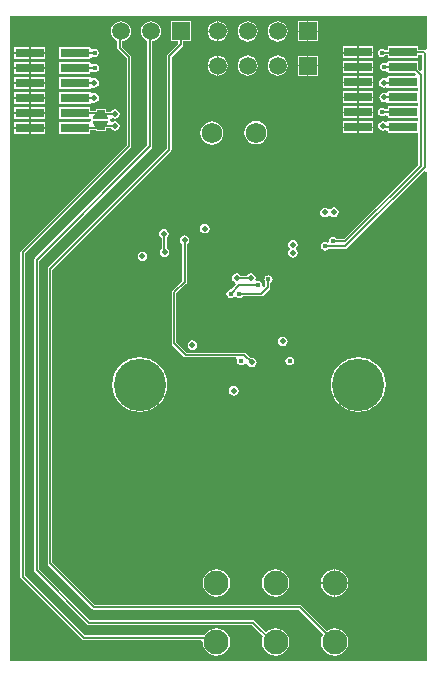
<source format=gbl>
G04*
G04 #@! TF.GenerationSoftware,Altium Limited,Altium Designer,21.7.2 (23)*
G04*
G04 Layer_Physical_Order=4*
G04 Layer_Color=16711680*
%FSLAX25Y25*%
%MOIN*%
G70*
G04*
G04 #@! TF.SameCoordinates,2BEB94BA-C242-4871-AFB5-1AACED26611A*
G04*
G04*
G04 #@! TF.FilePolarity,Positive*
G04*
G01*
G75*
%ADD12C,0.00787*%
%ADD50C,0.06890*%
%ADD51C,0.05906*%
%ADD52R,0.05906X0.05906*%
%ADD53C,0.08268*%
%ADD54C,0.17421*%
%ADD55C,0.01772*%
%ADD56C,0.01968*%
%ADD57C,0.02598*%
%ADD58R,0.02500X0.02500*%
%ADD59R,0.09449X0.02992*%
G36*
X305512Y304858D02*
X305501Y304845D01*
X304768Y304453D01*
X304724Y304456D01*
X304451Y304510D01*
X304451Y304510D01*
X302762D01*
Y305597D01*
X292513D01*
Y304353D01*
X291677D01*
X291550Y304542D01*
X291092Y304849D01*
X290551Y304956D01*
X290010Y304849D01*
X289552Y304542D01*
X289246Y304084D01*
X289138Y303543D01*
X289246Y303003D01*
X289552Y302544D01*
X290010Y302238D01*
X290551Y302130D01*
X291092Y302238D01*
X291550Y302544D01*
X291677Y302734D01*
X292513D01*
Y301805D01*
X302762D01*
Y302891D01*
X304103D01*
Y297637D01*
X303375Y297336D01*
X302762Y297949D01*
Y300597D01*
X292513D01*
Y300597D01*
X291876Y300235D01*
X291726Y300155D01*
X291339Y300232D01*
X290798Y300124D01*
X290339Y299818D01*
X290033Y299360D01*
X289926Y298819D01*
X290033Y298278D01*
X290339Y297820D01*
X290798Y297514D01*
X291339Y297406D01*
X291726Y297483D01*
X292266Y297195D01*
X292513Y296990D01*
Y296805D01*
X301430D01*
X301782Y296355D01*
X301445Y295597D01*
X292513D01*
Y295409D01*
X291909Y294993D01*
X291726Y294946D01*
X291201Y295051D01*
X290586Y294928D01*
X290065Y294580D01*
X289717Y294059D01*
X289595Y293445D01*
X289717Y292830D01*
X290065Y292309D01*
X290586Y291962D01*
X291201Y291839D01*
X291726Y291944D01*
X292513Y291805D01*
Y291805D01*
X302761D01*
Y290597D01*
X292513D01*
Y290597D01*
X291883Y290218D01*
X291726Y290128D01*
X291322Y290209D01*
X290708Y290087D01*
X290187Y289738D01*
X289839Y289217D01*
X289717Y288603D01*
X289839Y287989D01*
X290187Y287468D01*
X290708Y287120D01*
X291322Y286997D01*
X291726Y287078D01*
X292513Y286805D01*
Y286805D01*
X302761D01*
Y285597D01*
X292513D01*
Y284827D01*
X291726Y284673D01*
X291708Y284700D01*
X291249Y285006D01*
X290709Y285114D01*
X290168Y285006D01*
X289709Y284700D01*
X289403Y284242D01*
X289296Y283701D01*
X289403Y283160D01*
X289709Y282702D01*
X290168Y282395D01*
X290709Y282288D01*
X291249Y282395D01*
X291708Y282702D01*
X291726Y282729D01*
X292513Y282575D01*
Y281805D01*
X302761D01*
Y280597D01*
X292513D01*
X292513Y280597D01*
X291726Y280453D01*
X291528Y280586D01*
X290913Y280708D01*
X290299Y280586D01*
X289778Y280238D01*
X289430Y279717D01*
X289308Y279102D01*
X289430Y278488D01*
X289778Y277967D01*
X290299Y277619D01*
X290913Y277497D01*
X291528Y277619D01*
X291726Y277751D01*
X292513Y277447D01*
Y276805D01*
X302761D01*
Y266215D01*
X277992Y241445D01*
X275616D01*
X275409Y241755D01*
X274950Y242061D01*
X274410Y242169D01*
X273869Y242061D01*
X273410Y241755D01*
X273104Y241297D01*
X272996Y240756D01*
X273011Y240683D01*
X272302Y240210D01*
X272194Y240282D01*
X271654Y240389D01*
X271113Y240282D01*
X270654Y239976D01*
X270348Y239517D01*
X270241Y238976D01*
X270348Y238436D01*
X270654Y237977D01*
X271113Y237671D01*
X271654Y237563D01*
X272194Y237671D01*
X272653Y237977D01*
X272779Y238167D01*
X278346D01*
X278346Y238167D01*
X278656Y238229D01*
X278919Y238404D01*
X304724Y264210D01*
X305512Y263884D01*
Y100803D01*
X166748D01*
Y315733D01*
X305512D01*
Y304858D01*
D02*
G37*
%LPC*%
G36*
X269180Y313983D02*
X266027D01*
Y310830D01*
X269180D01*
Y313983D01*
D02*
G37*
G36*
X236027Y313985D02*
Y310830D01*
X239182D01*
X239093Y311505D01*
X238755Y312321D01*
X238218Y313021D01*
X237518Y313559D01*
X236702Y313896D01*
X236027Y313985D01*
D02*
G37*
G36*
X265627Y313983D02*
X262474D01*
Y310830D01*
X265627D01*
Y313983D01*
D02*
G37*
G36*
X235627Y313985D02*
X234951Y313896D01*
X234136Y313559D01*
X233436Y313021D01*
X232898Y312321D01*
X232560Y311505D01*
X232471Y310830D01*
X235627D01*
Y313985D01*
D02*
G37*
G36*
X269180Y310430D02*
X266027D01*
Y307277D01*
X269180D01*
Y310430D01*
D02*
G37*
G36*
X265627D02*
X262474D01*
Y307277D01*
X265627D01*
Y310430D01*
D02*
G37*
G36*
X235627D02*
X232471D01*
X232560Y309755D01*
X232898Y308939D01*
X233436Y308239D01*
X234136Y307701D01*
X234951Y307364D01*
X235627Y307275D01*
Y310430D01*
D02*
G37*
G36*
X239182D02*
X236027D01*
Y307275D01*
X236702Y307364D01*
X237518Y307701D01*
X238218Y308239D01*
X238755Y308939D01*
X239093Y309755D01*
X239182Y310430D01*
D02*
G37*
G36*
X255827Y314012D02*
X254952Y313896D01*
X254136Y313559D01*
X253436Y313021D01*
X252898Y312321D01*
X252560Y311505D01*
X252445Y310630D01*
X252560Y309755D01*
X252898Y308939D01*
X253436Y308239D01*
X254136Y307701D01*
X254952Y307364D01*
X255827Y307248D01*
X256702Y307364D01*
X257518Y307701D01*
X258218Y308239D01*
X258755Y308939D01*
X259093Y309755D01*
X259208Y310630D01*
X259093Y311505D01*
X258755Y312321D01*
X258218Y313021D01*
X257518Y313559D01*
X256702Y313896D01*
X255827Y314012D01*
D02*
G37*
G36*
X245827D02*
X244952Y313896D01*
X244136Y313559D01*
X243436Y313021D01*
X242898Y312321D01*
X242560Y311505D01*
X242445Y310630D01*
X242560Y309755D01*
X242898Y308939D01*
X243436Y308239D01*
X244136Y307701D01*
X244952Y307364D01*
X245827Y307248D01*
X246702Y307364D01*
X247518Y307701D01*
X248218Y308239D01*
X248755Y308939D01*
X249093Y309755D01*
X249208Y310630D01*
X249093Y311505D01*
X248755Y312321D01*
X248218Y313021D01*
X247518Y313559D01*
X246702Y313896D01*
X245827Y314012D01*
D02*
G37*
G36*
X287762Y305597D02*
X282838D01*
Y303901D01*
X287762D01*
Y305597D01*
D02*
G37*
G36*
X282438D02*
X277513D01*
Y303901D01*
X282438D01*
Y305597D01*
D02*
G37*
G36*
X178333Y305341D02*
X173409D01*
Y303645D01*
X178333D01*
Y305341D01*
D02*
G37*
G36*
X173009D02*
X168084D01*
Y303645D01*
X173009D01*
Y305341D01*
D02*
G37*
G36*
X193333D02*
X183084D01*
Y301549D01*
X193333D01*
Y301812D01*
X194121Y302221D01*
X194243Y302139D01*
X194783Y302032D01*
X195324Y302139D01*
X195783Y302446D01*
X196089Y302904D01*
X196196Y303445D01*
X196089Y303986D01*
X195783Y304444D01*
X195324Y304750D01*
X194783Y304858D01*
X194243Y304750D01*
X194121Y304669D01*
X193333Y305078D01*
Y305341D01*
D02*
G37*
G36*
X287762Y303501D02*
X282838D01*
Y301805D01*
X287762D01*
Y303501D01*
D02*
G37*
G36*
X282438D02*
X277513D01*
Y301805D01*
X282438D01*
Y303501D01*
D02*
G37*
G36*
X178333Y303245D02*
X173409D01*
Y301549D01*
X178333D01*
Y303245D01*
D02*
G37*
G36*
X173009D02*
X168084D01*
Y301549D01*
X173009D01*
Y303245D01*
D02*
G37*
G36*
X269180Y302565D02*
X266027D01*
Y299413D01*
X269180D01*
Y302565D01*
D02*
G37*
G36*
X236027Y302568D02*
Y299413D01*
X239182D01*
X239093Y300088D01*
X238755Y300903D01*
X238218Y301604D01*
X237518Y302141D01*
X236702Y302479D01*
X236027Y302568D01*
D02*
G37*
G36*
X265627Y302565D02*
X262474D01*
Y299413D01*
X265627D01*
Y302565D01*
D02*
G37*
G36*
X235627Y302568D02*
X234951Y302479D01*
X234136Y302141D01*
X233436Y301604D01*
X232898Y300903D01*
X232560Y300088D01*
X232471Y299413D01*
X235627D01*
Y302568D01*
D02*
G37*
G36*
X287762Y300597D02*
X282838D01*
Y298901D01*
X287762D01*
Y300597D01*
D02*
G37*
G36*
X282438D02*
X277513D01*
Y298901D01*
X282438D01*
Y300597D01*
D02*
G37*
G36*
X178333Y300341D02*
X173409D01*
Y298645D01*
X178333D01*
Y300341D01*
D02*
G37*
G36*
X173009D02*
X168084D01*
Y298645D01*
X173009D01*
Y300341D01*
D02*
G37*
G36*
X193333D02*
X183084D01*
Y296549D01*
X193333D01*
Y296925D01*
X193342Y296933D01*
X194121Y297274D01*
X194322Y297140D01*
X194862Y297032D01*
X195403Y297140D01*
X195861Y297446D01*
X196168Y297904D01*
X196275Y298445D01*
X196168Y298986D01*
X195861Y299444D01*
X195403Y299750D01*
X194862Y299858D01*
X194322Y299750D01*
X194121Y299616D01*
X193342Y299956D01*
X193333Y299965D01*
Y300341D01*
D02*
G37*
G36*
X287762Y298501D02*
X282838D01*
Y296805D01*
X287762D01*
Y298501D01*
D02*
G37*
G36*
X282438D02*
X277513D01*
Y296805D01*
X282438D01*
Y298501D01*
D02*
G37*
G36*
X178333Y298245D02*
X173409D01*
Y296549D01*
X178333D01*
Y298245D01*
D02*
G37*
G36*
X173009D02*
X168084D01*
Y296549D01*
X173009D01*
Y298245D01*
D02*
G37*
G36*
X269180Y299013D02*
X266027D01*
Y295860D01*
X269180D01*
Y299013D01*
D02*
G37*
G36*
X265627D02*
X262474D01*
Y295860D01*
X265627D01*
Y299013D01*
D02*
G37*
G36*
X235627D02*
X232471D01*
X232560Y298337D01*
X232898Y297522D01*
X233436Y296821D01*
X234136Y296284D01*
X234951Y295946D01*
X235627Y295857D01*
Y299013D01*
D02*
G37*
G36*
X239182D02*
X236027D01*
Y295857D01*
X236702Y295946D01*
X237518Y296284D01*
X238218Y296821D01*
X238755Y297522D01*
X239093Y298337D01*
X239182Y299013D01*
D02*
G37*
G36*
X255827Y302594D02*
X254952Y302479D01*
X254136Y302141D01*
X253436Y301604D01*
X252898Y300903D01*
X252560Y300088D01*
X252445Y299213D01*
X252560Y298337D01*
X252898Y297522D01*
X253436Y296821D01*
X254136Y296284D01*
X254952Y295946D01*
X255827Y295831D01*
X256702Y295946D01*
X257518Y296284D01*
X258218Y296821D01*
X258755Y297522D01*
X259093Y298337D01*
X259208Y299213D01*
X259093Y300088D01*
X258755Y300903D01*
X258218Y301604D01*
X257518Y302141D01*
X256702Y302479D01*
X255827Y302594D01*
D02*
G37*
G36*
X245827D02*
X244952Y302479D01*
X244136Y302141D01*
X243436Y301604D01*
X242898Y300903D01*
X242560Y300088D01*
X242445Y299213D01*
X242560Y298337D01*
X242898Y297522D01*
X243436Y296821D01*
X244136Y296284D01*
X244952Y295946D01*
X245827Y295831D01*
X246702Y295946D01*
X247518Y296284D01*
X248218Y296821D01*
X248755Y297522D01*
X249093Y298337D01*
X249208Y299213D01*
X249093Y300088D01*
X248755Y300903D01*
X248218Y301604D01*
X247518Y302141D01*
X246702Y302479D01*
X245827Y302594D01*
D02*
G37*
G36*
X287762Y295597D02*
X282838D01*
Y293901D01*
X287762D01*
Y295597D01*
D02*
G37*
G36*
X282438D02*
X277513D01*
Y293901D01*
X282438D01*
Y295597D01*
D02*
G37*
G36*
X178333Y295341D02*
X173409D01*
Y293645D01*
X178333D01*
Y295341D01*
D02*
G37*
G36*
X173009D02*
X168084D01*
Y293645D01*
X173009D01*
Y295341D01*
D02*
G37*
G36*
X193333Y295341D02*
Y295341D01*
X183084D01*
Y291549D01*
X193333D01*
Y291549D01*
X194121Y291968D01*
X194130Y291962D01*
X194744Y291839D01*
X195359Y291962D01*
X195879Y292309D01*
X196228Y292830D01*
X196350Y293445D01*
X196228Y294059D01*
X195879Y294580D01*
X195359Y294928D01*
X194744Y295051D01*
X194130Y294928D01*
X194121Y294922D01*
X193333Y295341D01*
D02*
G37*
G36*
X287762Y293501D02*
X282838D01*
Y291805D01*
X287762D01*
Y293501D01*
D02*
G37*
G36*
X282438D02*
X277513D01*
Y291805D01*
X282438D01*
Y293501D01*
D02*
G37*
G36*
X178333Y293245D02*
X173409D01*
Y291549D01*
X178333D01*
Y293245D01*
D02*
G37*
G36*
X173009D02*
X168084D01*
Y291549D01*
X173009D01*
Y293245D01*
D02*
G37*
G36*
X287762Y290597D02*
X282838D01*
Y288901D01*
X287762D01*
Y290597D01*
D02*
G37*
G36*
X282438D02*
X277513D01*
Y288901D01*
X282438D01*
Y290597D01*
D02*
G37*
G36*
X178333Y290341D02*
X173409D01*
Y288645D01*
X178333D01*
Y290341D01*
D02*
G37*
G36*
X173009D02*
X168084D01*
Y288645D01*
X173009D01*
Y290341D01*
D02*
G37*
G36*
X193333Y290341D02*
Y290341D01*
X183084D01*
Y286549D01*
X193333D01*
Y286549D01*
X194121Y286968D01*
X194130Y286962D01*
X194744Y286839D01*
X195359Y286962D01*
X195879Y287310D01*
X196228Y287830D01*
X196350Y288445D01*
X196228Y289059D01*
X195879Y289580D01*
X195359Y289928D01*
X194744Y290051D01*
X194130Y289928D01*
X194121Y289922D01*
X193333Y290341D01*
D02*
G37*
G36*
X287762Y288501D02*
X282838D01*
Y286805D01*
X287762D01*
Y288501D01*
D02*
G37*
G36*
X282438D02*
X277513D01*
Y286805D01*
X282438D01*
Y288501D01*
D02*
G37*
G36*
X178333Y288245D02*
X173409D01*
Y286549D01*
X178333D01*
Y288245D01*
D02*
G37*
G36*
X173009D02*
X168084D01*
Y286549D01*
X173009D01*
Y288245D01*
D02*
G37*
G36*
X287762Y285597D02*
X282838D01*
Y283901D01*
X287762D01*
Y285597D01*
D02*
G37*
G36*
X282438D02*
X277513D01*
Y283901D01*
X282438D01*
Y285597D01*
D02*
G37*
G36*
X178333Y285341D02*
X173409D01*
Y283645D01*
X178333D01*
Y285341D01*
D02*
G37*
G36*
X173009D02*
X168084D01*
Y283645D01*
X173009D01*
Y285341D01*
D02*
G37*
G36*
X287762Y283501D02*
X282838D01*
Y281805D01*
X287762D01*
Y283501D01*
D02*
G37*
G36*
X282438D02*
X277513D01*
Y281805D01*
X282438D01*
Y283501D01*
D02*
G37*
G36*
X178333Y283245D02*
X173409D01*
Y281549D01*
X178333D01*
Y283245D01*
D02*
G37*
G36*
X173009D02*
X168084D01*
Y281549D01*
X173009D01*
Y283245D01*
D02*
G37*
G36*
X193333Y285341D02*
X183084D01*
Y281549D01*
X193191D01*
X193333Y281549D01*
X193497Y281462D01*
X193527Y281050D01*
X193469Y280928D01*
X192847Y280341D01*
X183084D01*
Y276549D01*
X193333D01*
Y277636D01*
X195200D01*
Y277452D01*
X198500D01*
Y278293D01*
X200190D01*
X200408Y277967D01*
X200929Y277619D01*
X201543Y277497D01*
X202158Y277619D01*
X202679Y277967D01*
X203027Y278488D01*
X203149Y279102D01*
X203027Y279717D01*
X202679Y280238D01*
X202158Y280586D01*
X201543Y280708D01*
X200929Y280586D01*
X200835Y280523D01*
X200079Y280740D01*
X199919Y281102D01*
X200079Y281464D01*
X200835Y281682D01*
X200929Y281619D01*
X201543Y281497D01*
X202158Y281619D01*
X202679Y281967D01*
X203027Y282488D01*
X203149Y283102D01*
X203027Y283717D01*
X202679Y284238D01*
X202158Y284586D01*
X201543Y284708D01*
X200929Y284586D01*
X200408Y284238D01*
X200190Y283912D01*
X198500D01*
Y284752D01*
X195200D01*
Y284254D01*
X193333D01*
Y285341D01*
D02*
G37*
G36*
X287762Y280597D02*
X282838D01*
Y278901D01*
X287762D01*
Y280597D01*
D02*
G37*
G36*
X282438D02*
X277513D01*
Y278901D01*
X282438D01*
Y280597D01*
D02*
G37*
G36*
X178333Y280341D02*
X173409D01*
Y278645D01*
X178333D01*
Y280341D01*
D02*
G37*
G36*
X173009D02*
X168084D01*
Y278645D01*
X173009D01*
Y280341D01*
D02*
G37*
G36*
X287762Y278501D02*
X282838D01*
Y276805D01*
X287762D01*
Y278501D01*
D02*
G37*
G36*
X282438D02*
X277513D01*
Y276805D01*
X282438D01*
Y278501D01*
D02*
G37*
G36*
X178333Y278245D02*
X173409D01*
Y276549D01*
X178333D01*
Y278245D01*
D02*
G37*
G36*
X173009D02*
X168084D01*
Y276549D01*
X173009D01*
Y278245D01*
D02*
G37*
G36*
X248524Y280748D02*
X247520Y280616D01*
X246585Y280229D01*
X245781Y279612D01*
X245165Y278809D01*
X244778Y277874D01*
X244646Y276870D01*
X244778Y275866D01*
X245165Y274931D01*
X245781Y274128D01*
X246585Y273512D01*
X247520Y273124D01*
X248524Y272992D01*
X249527Y273124D01*
X250463Y273512D01*
X251266Y274128D01*
X251882Y274931D01*
X252270Y275866D01*
X252402Y276870D01*
X252270Y277874D01*
X251882Y278809D01*
X251266Y279612D01*
X250463Y280229D01*
X249527Y280616D01*
X248524Y280748D01*
D02*
G37*
G36*
X233858Y280650D02*
X232855Y280518D01*
X231919Y280130D01*
X231116Y279514D01*
X230500Y278711D01*
X230112Y277775D01*
X229980Y276772D01*
X230112Y275768D01*
X230500Y274833D01*
X231116Y274029D01*
X231919Y273413D01*
X232855Y273026D01*
X233858Y272894D01*
X234862Y273026D01*
X235797Y273413D01*
X236600Y274029D01*
X237217Y274833D01*
X237604Y275768D01*
X237736Y276772D01*
X237604Y277775D01*
X237217Y278711D01*
X236600Y279514D01*
X235797Y280130D01*
X234862Y280518D01*
X233858Y280650D01*
D02*
G37*
G36*
X274606Y251960D02*
X273992Y251838D01*
X273471Y251490D01*
X272723Y251398D01*
X272202Y251746D01*
X271588Y251869D01*
X270973Y251746D01*
X270452Y251398D01*
X270104Y250877D01*
X269982Y250263D01*
X270104Y249648D01*
X270452Y249128D01*
X270973Y248780D01*
X271588Y248657D01*
X272202Y248780D01*
X272723Y249128D01*
X273471Y249219D01*
X273992Y248871D01*
X274606Y248749D01*
X275221Y248871D01*
X275742Y249219D01*
X276090Y249740D01*
X276212Y250354D01*
X276090Y250969D01*
X275742Y251490D01*
X275221Y251838D01*
X274606Y251960D01*
D02*
G37*
G36*
X231523Y246477D02*
X230908Y246355D01*
X230387Y246006D01*
X230039Y245486D01*
X229917Y244871D01*
X230039Y244257D01*
X230387Y243736D01*
X230908Y243388D01*
X231523Y243265D01*
X232137Y243388D01*
X232658Y243736D01*
X233006Y244257D01*
X233128Y244871D01*
X233006Y245486D01*
X232658Y246006D01*
X232137Y246355D01*
X231523Y246477D01*
D02*
G37*
G36*
X217913Y244716D02*
X217299Y244594D01*
X216778Y244246D01*
X216430Y243725D01*
X216308Y243110D01*
X216430Y242496D01*
X216778Y241975D01*
X217203Y241691D01*
Y238295D01*
X216975Y238143D01*
X216627Y237622D01*
X216505Y237008D01*
X216627Y236393D01*
X216975Y235873D01*
X217496Y235524D01*
X218110Y235402D01*
X218725Y235524D01*
X219246Y235873D01*
X219594Y236393D01*
X219716Y237008D01*
X219594Y237622D01*
X219246Y238143D01*
X218821Y238427D01*
Y241823D01*
X219049Y241975D01*
X219397Y242496D01*
X219519Y243110D01*
X219397Y243725D01*
X219049Y244246D01*
X218528Y244594D01*
X217913Y244716D01*
D02*
G37*
G36*
X260925Y241173D02*
X260311Y241050D01*
X259790Y240702D01*
X259442Y240181D01*
X259319Y239567D01*
X259442Y238952D01*
X259790Y238432D01*
Y237946D01*
X259442Y237425D01*
X259319Y236811D01*
X259442Y236197D01*
X259790Y235676D01*
X260311Y235328D01*
X260925Y235205D01*
X261540Y235328D01*
X262061Y235676D01*
X262409Y236197D01*
X262531Y236811D01*
X262409Y237425D01*
X262061Y237946D01*
Y238432D01*
X262409Y238952D01*
X262531Y239567D01*
X262409Y240181D01*
X262061Y240702D01*
X261540Y241050D01*
X260925Y241173D01*
D02*
G37*
G36*
X210728Y237236D02*
X210114Y237113D01*
X209593Y236765D01*
X209245Y236244D01*
X209123Y235630D01*
X209245Y235016D01*
X209593Y234494D01*
X210114Y234146D01*
X210728Y234024D01*
X211343Y234146D01*
X211864Y234494D01*
X212212Y235016D01*
X212334Y235630D01*
X212212Y236244D01*
X211864Y236765D01*
X211343Y237113D01*
X210728Y237236D01*
D02*
G37*
G36*
X246865Y230040D02*
X246250Y229918D01*
X245729Y229570D01*
X245511Y229244D01*
X243588D01*
X243370Y229570D01*
X242849Y229918D01*
X242235Y230040D01*
X241620Y229918D01*
X241099Y229570D01*
X240751Y229049D01*
X240629Y228435D01*
X240751Y227820D01*
X241099Y227299D01*
X241620Y226951D01*
X241622Y226951D01*
X241881Y226097D01*
X240381Y224597D01*
X240158Y224641D01*
X239617Y224534D01*
X239158Y224227D01*
X238852Y223769D01*
X238744Y223228D01*
X238852Y222688D01*
X239158Y222229D01*
X239617Y221923D01*
X240158Y221815D01*
X240698Y221923D01*
X241093Y222186D01*
X241157Y222229D01*
X242005Y222131D01*
X242463Y221825D01*
X243004Y221717D01*
X243545Y221825D01*
X244003Y222131D01*
X244130Y222321D01*
X250295D01*
X250295Y222321D01*
X250605Y222382D01*
X250868Y222558D01*
X253140Y224830D01*
X253140Y224830D01*
X253315Y225093D01*
X253377Y225402D01*
X253377Y225402D01*
Y226701D01*
X253755Y226954D01*
X254061Y227412D01*
X254169Y227953D01*
X254061Y228493D01*
X253755Y228952D01*
X253297Y229258D01*
X252756Y229366D01*
X252215Y229258D01*
X251757Y228952D01*
X251450Y228493D01*
X251343Y227953D01*
X251450Y227412D01*
X251757Y226954D01*
X251758Y226953D01*
Y225765D01*
X251222Y225334D01*
X250575Y225732D01*
X250626Y225984D01*
X250518Y226525D01*
X250212Y226983D01*
X249753Y227290D01*
X249213Y227397D01*
X248982Y227351D01*
X248734Y227535D01*
X248384Y227959D01*
X248378Y227973D01*
X248470Y228435D01*
X248348Y229049D01*
X248000Y229570D01*
X247479Y229918D01*
X246865Y230040D01*
D02*
G37*
G36*
X257579Y208889D02*
X256964Y208767D01*
X256443Y208419D01*
X256095Y207898D01*
X255973Y207283D01*
X256095Y206669D01*
X256443Y206148D01*
X256964Y205800D01*
X257579Y205678D01*
X258193Y205800D01*
X258714Y206148D01*
X259062Y206669D01*
X259184Y207283D01*
X259062Y207898D01*
X258714Y208419D01*
X258193Y208767D01*
X257579Y208889D01*
D02*
G37*
G36*
X227384Y207669D02*
X226770Y207547D01*
X226249Y207199D01*
X225901Y206678D01*
X225779Y206063D01*
X225901Y205449D01*
X226249Y204928D01*
X226770Y204580D01*
X227384Y204458D01*
X227999Y204580D01*
X228520Y204928D01*
X228868Y205449D01*
X228990Y206063D01*
X228868Y206678D01*
X228520Y207199D01*
X227999Y207547D01*
X227384Y207669D01*
D02*
G37*
G36*
X259842Y202200D02*
X259302Y202093D01*
X258843Y201786D01*
X258537Y201328D01*
X258430Y200787D01*
X258537Y200247D01*
X258843Y199788D01*
X259302Y199482D01*
X259842Y199374D01*
X260383Y199482D01*
X260842Y199788D01*
X261148Y200247D01*
X261256Y200787D01*
X261148Y201328D01*
X260842Y201786D01*
X260383Y202093D01*
X259842Y202200D01*
D02*
G37*
G36*
X224803Y242649D02*
X224189Y242527D01*
X223668Y242179D01*
X223320Y241658D01*
X223198Y241043D01*
X223320Y240429D01*
X223668Y239908D01*
X223994Y239690D01*
Y227501D01*
X220688Y224194D01*
X220512Y223932D01*
X220451Y223622D01*
X220451Y223622D01*
Y206693D01*
X220451Y206693D01*
X220512Y206383D01*
X220688Y206121D01*
X224625Y202184D01*
X224625Y202184D01*
X224887Y202008D01*
X225197Y201947D01*
X241862D01*
X242056Y201721D01*
X242362Y201159D01*
X242288Y200787D01*
X242395Y200247D01*
X242702Y199788D01*
X243160Y199482D01*
X243701Y199374D01*
X244241Y199482D01*
X244700Y199788D01*
X244860Y200027D01*
X245683Y199923D01*
X245731Y199681D01*
X246080Y199160D01*
X246601Y198812D01*
X247215Y198690D01*
X247829Y198812D01*
X248350Y199160D01*
X248698Y199681D01*
X248821Y200295D01*
X248698Y200910D01*
X248350Y201431D01*
X247829Y201779D01*
X247215Y201901D01*
X246830Y201824D01*
X245326Y203328D01*
X245064Y203504D01*
X244754Y203565D01*
X244754Y203565D01*
X225532D01*
X222069Y207028D01*
Y223287D01*
X225375Y226593D01*
X225375Y226593D01*
X225551Y226856D01*
X225612Y227165D01*
X225612Y227165D01*
Y239690D01*
X225939Y239908D01*
X226287Y240429D01*
X226409Y241043D01*
X226287Y241658D01*
X225939Y242179D01*
X225418Y242527D01*
X224803Y242649D01*
D02*
G37*
G36*
X241240Y192452D02*
X240626Y192330D01*
X240105Y191982D01*
X239757Y191461D01*
X239634Y190847D01*
X239757Y190232D01*
X240105Y189711D01*
X240626Y189363D01*
X241240Y189241D01*
X241855Y189363D01*
X242375Y189711D01*
X242724Y190232D01*
X242846Y190847D01*
X242724Y191461D01*
X242375Y191982D01*
X241855Y192330D01*
X241240Y192452D01*
D02*
G37*
G36*
X282677Y202068D02*
X280891Y201892D01*
X279174Y201371D01*
X277591Y200525D01*
X276204Y199387D01*
X275065Y198000D01*
X274219Y196417D01*
X273698Y194699D01*
X273522Y192913D01*
X273698Y191127D01*
X274219Y189410D01*
X275065Y187827D01*
X276204Y186440D01*
X277591Y185301D01*
X279174Y184456D01*
X280891Y183935D01*
X282677Y183759D01*
X284463Y183935D01*
X286180Y184456D01*
X287763Y185301D01*
X289151Y186440D01*
X290289Y187827D01*
X291135Y189410D01*
X291656Y191127D01*
X291832Y192913D01*
X291656Y194699D01*
X291135Y196417D01*
X290289Y198000D01*
X289151Y199387D01*
X287763Y200525D01*
X286180Y201371D01*
X284463Y201892D01*
X282677Y202068D01*
D02*
G37*
G36*
X209842D02*
X208056Y201892D01*
X206339Y201371D01*
X204756Y200525D01*
X203369Y199387D01*
X202231Y198000D01*
X201385Y196417D01*
X200864Y194699D01*
X200688Y192913D01*
X200864Y191127D01*
X201385Y189410D01*
X202231Y187827D01*
X203369Y186440D01*
X204756Y185301D01*
X206339Y184456D01*
X208056Y183935D01*
X209842Y183759D01*
X211629Y183935D01*
X213346Y184456D01*
X214929Y185301D01*
X216316Y186440D01*
X217454Y187827D01*
X218300Y189410D01*
X218821Y191127D01*
X218997Y192913D01*
X218821Y194699D01*
X218300Y196417D01*
X217454Y198000D01*
X216316Y199387D01*
X214929Y200525D01*
X213346Y201371D01*
X211629Y201892D01*
X209842Y202068D01*
D02*
G37*
G36*
X275003Y131318D02*
Y126972D01*
X279350D01*
X279220Y127955D01*
X278764Y129058D01*
X278037Y130005D01*
X277090Y130732D01*
X275987Y131189D01*
X275003Y131318D01*
D02*
G37*
G36*
X274603D02*
X273620Y131189D01*
X272517Y130732D01*
X271570Y130005D01*
X270843Y129058D01*
X270386Y127955D01*
X270256Y126972D01*
X274603D01*
Y131318D01*
D02*
G37*
G36*
X279350Y126572D02*
X275003D01*
Y122225D01*
X275987Y122354D01*
X277090Y122811D01*
X278037Y123538D01*
X278764Y124485D01*
X279220Y125588D01*
X279350Y126572D01*
D02*
G37*
G36*
X274603D02*
X270256D01*
X270386Y125588D01*
X270843Y124485D01*
X271570Y123538D01*
X272517Y122811D01*
X273620Y122354D01*
X274603Y122225D01*
Y126572D01*
D02*
G37*
G36*
X255118Y131345D02*
X253935Y131189D01*
X252832Y130732D01*
X251885Y130005D01*
X251158Y129058D01*
X250701Y127955D01*
X250545Y126772D01*
X250701Y125588D01*
X251158Y124485D01*
X251885Y123538D01*
X252832Y122811D01*
X253935Y122354D01*
X255118Y122199D01*
X256302Y122354D01*
X257405Y122811D01*
X258352Y123538D01*
X259078Y124485D01*
X259535Y125588D01*
X259691Y126772D01*
X259535Y127955D01*
X259078Y129058D01*
X258352Y130005D01*
X257405Y130732D01*
X256302Y131189D01*
X255118Y131345D01*
D02*
G37*
G36*
X235433D02*
X234249Y131189D01*
X233147Y130732D01*
X232200Y130005D01*
X231473Y129058D01*
X231016Y127955D01*
X230860Y126772D01*
X231016Y125588D01*
X231473Y124485D01*
X232200Y123538D01*
X233147Y122811D01*
X234249Y122354D01*
X235433Y122199D01*
X236617Y122354D01*
X237720Y122811D01*
X238667Y123538D01*
X239393Y124485D01*
X239850Y125588D01*
X240006Y126772D01*
X239850Y127955D01*
X239393Y129058D01*
X238667Y130005D01*
X237720Y130732D01*
X236617Y131189D01*
X235433Y131345D01*
D02*
G37*
G36*
X226975Y313983D02*
X220269D01*
Y307277D01*
X222464D01*
X222668Y306490D01*
X219113Y302934D01*
X218937Y302672D01*
X218876Y302362D01*
X218876Y302362D01*
Y271595D01*
X179349Y232068D01*
X179174Y231806D01*
X179112Y231496D01*
X179112Y231496D01*
Y133268D01*
X179112Y133268D01*
X179174Y132958D01*
X179349Y132695D01*
X193916Y118129D01*
X193916Y118129D01*
X194178Y117953D01*
X194488Y117892D01*
X194488Y117892D01*
X262854D01*
X271073Y109673D01*
X270843Y109373D01*
X270386Y108270D01*
X270230Y107087D01*
X270386Y105903D01*
X270843Y104800D01*
X271570Y103853D01*
X272517Y103126D01*
X273620Y102670D01*
X274803Y102514D01*
X275987Y102670D01*
X277090Y103126D01*
X278037Y103853D01*
X278764Y104800D01*
X279220Y105903D01*
X279376Y107087D01*
X279220Y108270D01*
X278764Y109373D01*
X278037Y110320D01*
X277090Y111047D01*
X275987Y111504D01*
X274803Y111660D01*
X273620Y111504D01*
X272517Y111047D01*
X272217Y110817D01*
X263761Y119273D01*
X263499Y119448D01*
X263189Y119510D01*
X263189Y119510D01*
X194823D01*
X180730Y133603D01*
Y231161D01*
X220257Y270688D01*
X220257Y270688D01*
X220433Y270950D01*
X220494Y271260D01*
X220494Y271260D01*
Y302027D01*
X224194Y305727D01*
X224194Y305727D01*
X224370Y305990D01*
X224431Y306299D01*
Y307277D01*
X226975D01*
Y313983D01*
D02*
G37*
G36*
X213622Y314012D02*
X212747Y313896D01*
X211931Y313559D01*
X211231Y313021D01*
X210693Y312321D01*
X210356Y311505D01*
X210240Y310630D01*
X210356Y309755D01*
X210693Y308939D01*
X211231Y308239D01*
X211931Y307701D01*
X212419Y307499D01*
Y272619D01*
X174920Y235120D01*
X174744Y234857D01*
X174683Y234547D01*
X174683Y234547D01*
Y131102D01*
X174683Y131102D01*
X174744Y130793D01*
X174920Y130530D01*
X192440Y113010D01*
X192702Y112835D01*
X193012Y112773D01*
X193012Y112773D01*
X247401D01*
X251053Y109121D01*
X250701Y108270D01*
X250545Y107087D01*
X250701Y105903D01*
X251158Y104800D01*
X251885Y103853D01*
X252832Y103126D01*
X253935Y102670D01*
X255118Y102514D01*
X256302Y102670D01*
X257405Y103126D01*
X258352Y103853D01*
X259078Y104800D01*
X259535Y105903D01*
X259691Y107087D01*
X259535Y108270D01*
X259078Y109373D01*
X258352Y110320D01*
X257405Y111047D01*
X256302Y111504D01*
X255118Y111660D01*
X253935Y111504D01*
X252832Y111047D01*
X252031Y110433D01*
X248308Y114155D01*
X248046Y114330D01*
X247736Y114392D01*
X247736Y114392D01*
X193347D01*
X176301Y131438D01*
Y234212D01*
X213801Y271711D01*
X213801Y271711D01*
X213976Y271974D01*
X214038Y272284D01*
Y307303D01*
X214497Y307364D01*
X215313Y307701D01*
X216013Y308239D01*
X216551Y308939D01*
X216888Y309755D01*
X217004Y310630D01*
X216888Y311505D01*
X216551Y312321D01*
X216013Y313021D01*
X215313Y313559D01*
X214497Y313896D01*
X213622Y314012D01*
D02*
G37*
G36*
X203622D02*
X202747Y313896D01*
X201931Y313559D01*
X201231Y313021D01*
X200693Y312321D01*
X200356Y311505D01*
X200240Y310630D01*
X200356Y309755D01*
X200693Y308939D01*
X201231Y308239D01*
X201931Y307701D01*
X202419Y307499D01*
Y305039D01*
X202419Y305039D01*
X202481Y304730D01*
X202656Y304467D01*
X205490Y301633D01*
Y272776D01*
X170294Y237580D01*
X170118Y237318D01*
X170057Y237008D01*
X170057Y237008D01*
Y128839D01*
X170057Y128839D01*
X170118Y128529D01*
X170294Y128266D01*
X190569Y107991D01*
X190569Y107991D01*
X190832Y107815D01*
X191142Y107754D01*
X230351D01*
X230870Y107162D01*
X230860Y107087D01*
X231016Y105903D01*
X231473Y104800D01*
X232200Y103853D01*
X233147Y103126D01*
X234249Y102670D01*
X235433Y102514D01*
X236617Y102670D01*
X237720Y103126D01*
X238667Y103853D01*
X239393Y104800D01*
X239850Y105903D01*
X240006Y107087D01*
X239850Y108270D01*
X239393Y109373D01*
X238667Y110320D01*
X237720Y111047D01*
X236617Y111504D01*
X235433Y111660D01*
X234249Y111504D01*
X233147Y111047D01*
X232200Y110320D01*
X231473Y109373D01*
X231454Y109328D01*
X231232Y109372D01*
X231232Y109372D01*
X191477D01*
X171675Y129174D01*
Y236673D01*
X206871Y271869D01*
X206871Y271869D01*
X207047Y272131D01*
X207108Y272441D01*
X207108Y272441D01*
Y301969D01*
X207047Y302278D01*
X206871Y302541D01*
X206871Y302541D01*
X204038Y305375D01*
Y307303D01*
X204497Y307364D01*
X205313Y307701D01*
X206013Y308239D01*
X206551Y308939D01*
X206889Y309755D01*
X207004Y310630D01*
X206889Y311505D01*
X206551Y312321D01*
X206013Y313021D01*
X205313Y313559D01*
X204497Y313896D01*
X203622Y314012D01*
D02*
G37*
%LPD*%
G36*
X198266Y283473D02*
X198970Y282769D01*
X199350Y281851D01*
Y281353D01*
X194350D01*
Y281851D01*
X194731Y282769D01*
X195434Y283473D01*
X196353Y283853D01*
X197348D01*
X198266Y283473D01*
D02*
G37*
G36*
X199350Y280354D02*
X198970Y279435D01*
X198266Y278732D01*
X197348Y278351D01*
X196353D01*
X195434Y278732D01*
X194731Y279435D01*
X194350Y280354D01*
Y280851D01*
X199350D01*
Y280354D01*
D02*
G37*
D12*
X278346Y238976D02*
X304912Y265542D01*
X304451Y303701D02*
X304912Y303239D01*
X297638Y303701D02*
X304451D01*
X304912Y265542D02*
Y303239D01*
X278327Y240636D02*
X303570Y265880D01*
Y295996D01*
X300866Y298701D02*
X303570Y295996D01*
X297480Y303543D02*
X297638Y303701D01*
X290551Y303543D02*
X297480D01*
X188209Y303445D02*
X194783D01*
X297194Y299145D02*
X297520Y298819D01*
X297638Y298701D01*
X291339Y298819D02*
X297520D01*
X188209Y298445D02*
X194862D01*
X250295Y223130D02*
X252568Y225402D01*
X243004Y223130D02*
X250295D01*
X252568Y225402D02*
Y227764D01*
X252756Y227953D01*
X240158Y223228D02*
X242913Y225984D01*
X249213D01*
X290709Y283701D02*
X297638D01*
X206299Y272441D02*
Y301969D01*
X203228Y305039D02*
Y310236D01*
Y305039D02*
X206299Y301969D01*
X219685Y271260D02*
Y302362D01*
X223622Y306299D02*
Y310630D01*
X219685Y302362D02*
X223622Y306299D01*
X203228Y310236D02*
X203622Y310630D01*
X213228Y310236D02*
X213622Y310630D01*
X297638Y298701D02*
X300866D01*
X274529Y240636D02*
X278327D01*
X274410Y240756D02*
X274529Y240636D01*
X271654Y238976D02*
X278346D01*
X290913Y279102D02*
X291233D01*
X291635Y278701D02*
X297638D01*
X291233Y279102D02*
X291635Y278701D01*
X196850Y279102D02*
X201543D01*
X291201Y293445D02*
X297382D01*
X297638Y293701D01*
X291322Y288603D02*
X297540D01*
X297638Y288701D01*
X188209Y288445D02*
X194744D01*
X188209Y293445D02*
X194744D01*
X179921Y133268D02*
X194488Y118701D01*
X263189D01*
X274803Y107087D01*
X179921Y133268D02*
Y231496D01*
X219685Y271260D01*
X175492Y131102D02*
Y234547D01*
X213228Y272284D01*
Y310236D01*
X254232Y107087D02*
X255118D01*
X247736Y113583D02*
X254232Y107087D01*
X193012Y113583D02*
X247736D01*
X175492Y131102D02*
X193012Y113583D01*
X231277Y108518D02*
X234002D01*
X191142Y108563D02*
X231232D01*
X170866Y128839D02*
Y237008D01*
Y128839D02*
X191142Y108563D01*
X234002Y108518D02*
X235433Y107087D01*
X170866Y237008D02*
X206299Y272441D01*
X231232Y108563D02*
X231277Y108518D01*
X282480Y303543D02*
X282638Y303701D01*
Y288701D02*
Y293701D01*
Y278701D02*
Y283701D01*
Y288701D01*
Y293701D02*
Y298701D01*
Y303701D01*
X275984Y303543D02*
X282480D01*
X196850Y283102D02*
X201543D01*
X196193Y278445D02*
X196850Y279102D01*
X188209Y278445D02*
X196193D01*
X196508Y283445D02*
X196850Y283102D01*
X188209Y283445D02*
X196508D01*
X173209Y278445D02*
Y303445D01*
Y274823D02*
Y278445D01*
Y303445D02*
Y307067D01*
X282638Y275236D02*
Y278701D01*
X224803Y227165D02*
Y241043D01*
X221260Y206693D02*
Y223622D01*
X224803Y227165D01*
X221260Y206693D02*
X225197Y202756D01*
X242235Y228435D02*
X246854D01*
X246865Y228424D01*
X244754Y202756D02*
X247215Y200295D01*
X225197Y202756D02*
X244754D01*
X218012Y237106D02*
X218110Y237008D01*
X218012Y237106D02*
Y243012D01*
X217913Y243110D02*
X218012Y243012D01*
D50*
X248524Y276870D02*
D03*
X233858Y276772D02*
D03*
D51*
X203622Y310630D02*
D03*
X213622D02*
D03*
X255827D02*
D03*
X245827D02*
D03*
X235827D02*
D03*
X255827Y299213D02*
D03*
X245827D02*
D03*
X235827D02*
D03*
D52*
X223622Y310630D02*
D03*
X265827D02*
D03*
Y299213D02*
D03*
D53*
X274803Y107087D02*
D03*
X255118D02*
D03*
X235433D02*
D03*
X274803Y126772D02*
D03*
X255118D02*
D03*
X235433D02*
D03*
D54*
X282677Y192913D02*
D03*
X209842D02*
D03*
D55*
X219310Y305002D02*
D03*
X254033Y116569D02*
D03*
X256986D02*
D03*
X259938D02*
D03*
X262842Y116032D02*
D03*
X264930Y113944D02*
D03*
X267018Y111857D02*
D03*
X269106Y109769D02*
D03*
X272234Y112671D02*
D03*
X270146Y114759D02*
D03*
X268058Y116847D02*
D03*
X265970Y118935D02*
D03*
X263636Y120744D02*
D03*
X260685Y120833D02*
D03*
X257732D02*
D03*
X254779D02*
D03*
X251827D02*
D03*
X248874D02*
D03*
X245921D02*
D03*
X242968D02*
D03*
X240016D02*
D03*
X237063D02*
D03*
X234110D02*
D03*
X231157D02*
D03*
X228205D02*
D03*
X225252D02*
D03*
X222299D02*
D03*
X219346D02*
D03*
X216394D02*
D03*
X213441D02*
D03*
X210488D02*
D03*
X207535D02*
D03*
X204583D02*
D03*
X201630D02*
D03*
X198677D02*
D03*
X195724D02*
D03*
X193467Y122737D02*
D03*
X191379Y124825D02*
D03*
X189292Y126913D02*
D03*
X187204Y129001D02*
D03*
X185116Y131088D02*
D03*
X183028Y133176D02*
D03*
X182053Y135964D02*
D03*
Y138917D02*
D03*
Y141869D02*
D03*
Y144822D02*
D03*
Y147775D02*
D03*
Y150727D02*
D03*
Y153680D02*
D03*
Y156633D02*
D03*
Y159586D02*
D03*
Y162539D02*
D03*
Y165491D02*
D03*
Y168444D02*
D03*
Y171397D02*
D03*
Y174349D02*
D03*
Y177302D02*
D03*
Y180255D02*
D03*
Y183208D02*
D03*
Y186161D02*
D03*
Y189113D02*
D03*
Y192066D02*
D03*
Y195019D02*
D03*
Y197971D02*
D03*
Y200924D02*
D03*
Y203877D02*
D03*
Y206830D02*
D03*
Y209783D02*
D03*
Y212735D02*
D03*
Y215688D02*
D03*
Y218641D02*
D03*
Y221593D02*
D03*
Y224546D02*
D03*
Y227499D02*
D03*
Y230452D02*
D03*
X184059Y232619D02*
D03*
X186147Y234707D02*
D03*
X188235Y236794D02*
D03*
X190323Y238882D02*
D03*
X192411Y240970D02*
D03*
X194499Y243058D02*
D03*
X196587Y245146D02*
D03*
X200762Y249322D02*
D03*
X207026Y255586D02*
D03*
X209114Y257674D02*
D03*
X211202Y259762D02*
D03*
X213290Y261849D02*
D03*
X215378Y263937D02*
D03*
X217466Y266025D02*
D03*
X219554Y268113D02*
D03*
X221551Y270288D02*
D03*
X221817Y273229D02*
D03*
Y276182D02*
D03*
Y282087D02*
D03*
Y285040D02*
D03*
Y296851D02*
D03*
Y299803D02*
D03*
X222892Y302554D02*
D03*
X224980Y304642D02*
D03*
X201096Y305262D02*
D03*
X202557Y302696D02*
D03*
X204167Y300221D02*
D03*
Y297268D02*
D03*
Y285457D02*
D03*
X202246Y271403D02*
D03*
X195983Y265140D02*
D03*
X193895Y263052D02*
D03*
X191807Y260964D02*
D03*
X189719Y258876D02*
D03*
X187631Y256788D02*
D03*
X185543Y254700D02*
D03*
X183455Y252612D02*
D03*
X181367Y250524D02*
D03*
X179279Y248436D02*
D03*
X177191Y246349D02*
D03*
X175103Y244261D02*
D03*
X173016Y242173D02*
D03*
X170928Y240085D02*
D03*
X168957Y237886D02*
D03*
X168734Y234942D02*
D03*
Y231989D02*
D03*
Y229036D02*
D03*
Y226083D02*
D03*
Y223130D02*
D03*
Y220178D02*
D03*
Y217225D02*
D03*
Y214272D02*
D03*
Y211319D02*
D03*
Y208367D02*
D03*
Y205414D02*
D03*
Y202461D02*
D03*
Y199509D02*
D03*
Y196556D02*
D03*
Y193603D02*
D03*
Y190650D02*
D03*
Y187698D02*
D03*
Y184745D02*
D03*
Y181792D02*
D03*
Y178839D02*
D03*
Y175886D02*
D03*
Y172934D02*
D03*
Y169981D02*
D03*
Y167028D02*
D03*
Y164076D02*
D03*
Y161123D02*
D03*
Y158170D02*
D03*
Y155217D02*
D03*
Y152264D02*
D03*
Y149312D02*
D03*
Y146359D02*
D03*
Y143406D02*
D03*
Y140454D02*
D03*
Y137501D02*
D03*
Y134548D02*
D03*
Y131595D02*
D03*
X168773Y128643D02*
D03*
X170466Y126224D02*
D03*
X172554Y124136D02*
D03*
X174642Y122048D02*
D03*
X176730Y119960D02*
D03*
X178818Y117872D02*
D03*
X180905Y115784D02*
D03*
X182993Y113696D02*
D03*
X185081Y111608D02*
D03*
X187169Y109520D02*
D03*
X189257Y107432D02*
D03*
X192035Y106431D02*
D03*
X194988D02*
D03*
X197940D02*
D03*
X200893D02*
D03*
X203846D02*
D03*
X206799D02*
D03*
X209751D02*
D03*
X212704D02*
D03*
X215657D02*
D03*
X218610D02*
D03*
X221562D02*
D03*
X224515D02*
D03*
X227468D02*
D03*
X208431Y275642D02*
D03*
Y281547D02*
D03*
Y284500D02*
D03*
Y296311D02*
D03*
Y299264D02*
D03*
X208382Y302216D02*
D03*
X206665Y304618D02*
D03*
X211096Y304717D02*
D03*
Y301764D02*
D03*
Y298812D02*
D03*
Y284048D02*
D03*
Y281095D02*
D03*
Y275190D02*
D03*
X210281Y272352D02*
D03*
X208193Y270264D02*
D03*
X201929Y264000D02*
D03*
X195666Y257736D02*
D03*
X193578Y255648D02*
D03*
X191490Y253560D02*
D03*
X189402Y251472D02*
D03*
X187314Y249384D02*
D03*
X185226Y247297D02*
D03*
X183138Y245209D02*
D03*
X181050Y243121D02*
D03*
X178963Y241033D02*
D03*
X176875Y238945D02*
D03*
X174787Y236857D02*
D03*
X173360Y234272D02*
D03*
Y231319D02*
D03*
Y228366D02*
D03*
Y225414D02*
D03*
Y222461D02*
D03*
Y219508D02*
D03*
Y216555D02*
D03*
Y213603D02*
D03*
Y210650D02*
D03*
Y207697D02*
D03*
Y204744D02*
D03*
Y201792D02*
D03*
Y198839D02*
D03*
Y195886D02*
D03*
Y192933D02*
D03*
Y189981D02*
D03*
Y187028D02*
D03*
Y184075D02*
D03*
Y181122D02*
D03*
Y178170D02*
D03*
Y175217D02*
D03*
Y172264D02*
D03*
Y169311D02*
D03*
Y166359D02*
D03*
Y163406D02*
D03*
Y160453D02*
D03*
Y157500D02*
D03*
Y154548D02*
D03*
Y151595D02*
D03*
Y148642D02*
D03*
Y145689D02*
D03*
Y142737D02*
D03*
Y139784D02*
D03*
Y136831D02*
D03*
Y133878D02*
D03*
X173395Y130926D02*
D03*
X175079Y128500D02*
D03*
X177167Y126412D02*
D03*
X179255Y124325D02*
D03*
X181343Y122237D02*
D03*
X183431Y120149D02*
D03*
X185519Y118061D02*
D03*
X187606Y115973D02*
D03*
X189694Y113885D02*
D03*
X191837Y111853D02*
D03*
X194762Y111451D02*
D03*
X197715D02*
D03*
X200667D02*
D03*
X203620D02*
D03*
X206573D02*
D03*
X209526D02*
D03*
X212478D02*
D03*
X215431D02*
D03*
X218384D02*
D03*
X221337D02*
D03*
X224289D02*
D03*
X227242D02*
D03*
X230195D02*
D03*
X239053D02*
D03*
X242006D02*
D03*
X244959D02*
D03*
X247766Y110537D02*
D03*
X251390Y112944D02*
D03*
X249302Y115032D02*
D03*
X246429Y115715D02*
D03*
X243477D02*
D03*
X240524D02*
D03*
X237571D02*
D03*
X234618D02*
D03*
X231665D02*
D03*
X228713D02*
D03*
X225760D02*
D03*
X222807D02*
D03*
X219854D02*
D03*
X216902D02*
D03*
X213949D02*
D03*
X210996D02*
D03*
X208043D02*
D03*
X205091D02*
D03*
X202138D02*
D03*
X199185D02*
D03*
X196232D02*
D03*
X193334Y116276D02*
D03*
X191246Y118364D02*
D03*
X189158Y120452D02*
D03*
X187070Y122540D02*
D03*
X184982Y124628D02*
D03*
X182894Y126716D02*
D03*
X180806Y128804D02*
D03*
X178718Y130892D02*
D03*
X177624Y133634D02*
D03*
Y136587D02*
D03*
Y139540D02*
D03*
Y142492D02*
D03*
Y145445D02*
D03*
Y148398D02*
D03*
Y151351D02*
D03*
Y154304D02*
D03*
Y157256D02*
D03*
Y160209D02*
D03*
Y163162D02*
D03*
Y166114D02*
D03*
Y169067D02*
D03*
Y172020D02*
D03*
Y174973D02*
D03*
Y177926D02*
D03*
Y180878D02*
D03*
Y183831D02*
D03*
Y186784D02*
D03*
Y189736D02*
D03*
Y192689D02*
D03*
Y195642D02*
D03*
Y198595D02*
D03*
Y201548D02*
D03*
Y204500D02*
D03*
Y207453D02*
D03*
Y210406D02*
D03*
Y213358D02*
D03*
Y216311D02*
D03*
Y219264D02*
D03*
Y222217D02*
D03*
Y225169D02*
D03*
Y228122D02*
D03*
Y231075D02*
D03*
X177968Y234008D02*
D03*
X180056Y236096D02*
D03*
X182144Y238183D02*
D03*
X184232Y240271D02*
D03*
X186319Y242359D02*
D03*
X188407Y244447D02*
D03*
X190495Y246535D02*
D03*
X192583Y248623D02*
D03*
X194671Y250711D02*
D03*
X196759Y252799D02*
D03*
X200935Y256975D02*
D03*
X207199Y263238D02*
D03*
X209286Y265326D02*
D03*
X211374Y267414D02*
D03*
X213462Y269502D02*
D03*
X215271Y271836D02*
D03*
X215360Y274787D02*
D03*
Y283645D02*
D03*
Y286598D02*
D03*
Y298409D02*
D03*
Y301362D02*
D03*
Y304315D02*
D03*
X290551Y303543D02*
D03*
X194783Y303445D02*
D03*
X291339Y298819D02*
D03*
X194862Y298445D02*
D03*
X252756Y227953D02*
D03*
X249213Y225984D02*
D03*
X290709Y283701D02*
D03*
X274410Y240756D02*
D03*
X271654Y238976D02*
D03*
X243701Y200787D02*
D03*
X259842D02*
D03*
X240158Y223228D02*
D03*
X243004Y223130D02*
D03*
D56*
X290913Y279102D02*
D03*
X201543D02*
D03*
X291322Y288603D02*
D03*
X194744Y288445D02*
D03*
X291201Y293445D02*
D03*
X194744D02*
D03*
X275984Y303543D02*
D03*
X201543Y283102D02*
D03*
X173209Y274823D02*
D03*
Y307067D02*
D03*
X282638Y275236D02*
D03*
X242235Y228435D02*
D03*
X246865D02*
D03*
X224803Y241043D02*
D03*
X247215Y200295D02*
D03*
X241240Y190847D02*
D03*
X244783D02*
D03*
X261122Y207283D02*
D03*
X226619Y213510D02*
D03*
X256406Y212953D02*
D03*
X257579Y207283D02*
D03*
X227384Y206063D02*
D03*
X231523Y244871D02*
D03*
X249902Y242126D02*
D03*
X250787Y237992D02*
D03*
X260925Y236811D02*
D03*
Y239567D02*
D03*
X271588Y250263D02*
D03*
X274606Y250354D02*
D03*
X242126Y250394D02*
D03*
X236910D02*
D03*
X210728Y235630D02*
D03*
X232874Y227165D02*
D03*
Y231201D02*
D03*
X206398Y241043D02*
D03*
X206496Y244193D02*
D03*
X221752Y229331D02*
D03*
X217913Y243110D02*
D03*
X218110Y237008D02*
D03*
X210925Y231496D02*
D03*
X231521Y248330D02*
D03*
X231398Y252756D02*
D03*
X220866Y250394D02*
D03*
X257382Y251969D02*
D03*
X253642D02*
D03*
X249902D02*
D03*
X215453Y254545D02*
D03*
D57*
X247146Y209547D02*
D03*
X242421Y209547D02*
D03*
X247146Y214272D02*
D03*
X242421D02*
D03*
D58*
X196850Y279102D02*
D03*
Y283102D02*
D03*
D59*
X282638Y278701D02*
D03*
X297638D02*
D03*
X282638Y283701D02*
D03*
X297638D02*
D03*
X282638Y288701D02*
D03*
X297638D02*
D03*
X282638Y293701D02*
D03*
X297638D02*
D03*
X282638Y298701D02*
D03*
X297638D02*
D03*
X282638Y303701D02*
D03*
X297638D02*
D03*
X173209Y278445D02*
D03*
X188209D02*
D03*
X173209Y283445D02*
D03*
X188209D02*
D03*
X173209Y288445D02*
D03*
X188209D02*
D03*
X173209Y293445D02*
D03*
X188209D02*
D03*
X173209Y298445D02*
D03*
X188209D02*
D03*
X173209Y303445D02*
D03*
X188209D02*
D03*
M02*

</source>
